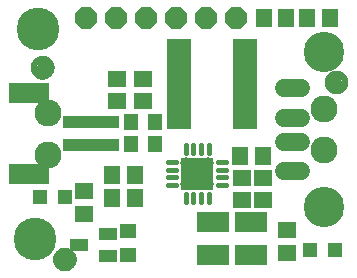
<source format=gbr>
G04 EAGLE Gerber RS-274X export*
G75*
%MOMM*%
%FSLAX34Y34*%
%LPD*%
%INSoldermask Top*%
%IPPOS*%
%AMOC8*
5,1,8,0,0,1.08239X$1,22.5*%
G01*
%ADD10R,2.801600X2.801600*%
%ADD11C,0.451600*%
%ADD12C,1.009600*%
%ADD13R,2.101600X7.601600*%
%ADD14R,1.601600X1.401600*%
%ADD15R,4.701600X1.101600*%
%ADD16R,3.501600X1.701600*%
%ADD17C,1.101600*%
%ADD18C,0.500000*%
%ADD19C,3.617600*%
%ADD20C,2.286000*%
%ADD21R,1.401600X1.601600*%
%ADD22C,1.559600*%
%ADD23C,3.417600*%
%ADD24R,1.301600X1.301600*%
%ADD25R,1.401600X1.301600*%
%ADD26R,1.301600X1.401600*%
%ADD27R,1.501600X1.101600*%
%ADD28P,2.034460X8X112.500000*%
%ADD29R,2.801600X1.701600*%


D10*
X162700Y80470D03*
D11*
X180200Y70720D02*
X187200Y70720D01*
X187200Y77220D02*
X180200Y77220D01*
X180200Y83720D02*
X187200Y83720D01*
X187200Y90220D02*
X180200Y90220D01*
X172450Y97970D02*
X172450Y104970D01*
X165950Y104970D02*
X165950Y97970D01*
X159450Y97970D02*
X159450Y104970D01*
X152950Y104970D02*
X152950Y97970D01*
X145200Y90220D02*
X138200Y90220D01*
X138200Y83720D02*
X145200Y83720D01*
X145200Y77220D02*
X138200Y77220D01*
X138200Y70720D02*
X145200Y70720D01*
X152950Y62970D02*
X152950Y55970D01*
X159450Y55970D02*
X159450Y62970D01*
X165950Y62970D02*
X165950Y55970D01*
X172450Y55970D02*
X172450Y62970D01*
D12*
X162700Y80470D03*
X171700Y71470D03*
X153700Y71470D03*
X153700Y89470D03*
X171700Y89470D03*
D13*
X147440Y156500D03*
X203440Y156500D03*
D14*
X116840Y141630D03*
X116840Y160630D03*
D15*
X72560Y104300D03*
X72560Y124300D03*
D16*
X20560Y80300D03*
X20560Y148300D03*
D14*
X200660Y57810D03*
X200660Y76810D03*
D17*
X31980Y169940D03*
D18*
X31980Y177440D02*
X31799Y177438D01*
X31618Y177431D01*
X31437Y177420D01*
X31256Y177405D01*
X31076Y177385D01*
X30896Y177361D01*
X30717Y177333D01*
X30539Y177300D01*
X30362Y177263D01*
X30185Y177222D01*
X30010Y177177D01*
X29835Y177127D01*
X29662Y177073D01*
X29491Y177015D01*
X29320Y176953D01*
X29152Y176886D01*
X28985Y176816D01*
X28819Y176742D01*
X28656Y176663D01*
X28495Y176581D01*
X28335Y176495D01*
X28178Y176405D01*
X28023Y176311D01*
X27870Y176214D01*
X27720Y176112D01*
X27572Y176008D01*
X27426Y175899D01*
X27284Y175788D01*
X27144Y175672D01*
X27007Y175554D01*
X26872Y175432D01*
X26741Y175307D01*
X26613Y175179D01*
X26488Y175048D01*
X26366Y174913D01*
X26248Y174776D01*
X26132Y174636D01*
X26021Y174494D01*
X25912Y174348D01*
X25808Y174200D01*
X25706Y174050D01*
X25609Y173897D01*
X25515Y173742D01*
X25425Y173585D01*
X25339Y173425D01*
X25257Y173264D01*
X25178Y173101D01*
X25104Y172935D01*
X25034Y172768D01*
X24967Y172600D01*
X24905Y172429D01*
X24847Y172258D01*
X24793Y172085D01*
X24743Y171910D01*
X24698Y171735D01*
X24657Y171558D01*
X24620Y171381D01*
X24587Y171203D01*
X24559Y171024D01*
X24535Y170844D01*
X24515Y170664D01*
X24500Y170483D01*
X24489Y170302D01*
X24482Y170121D01*
X24480Y169940D01*
X31980Y177440D02*
X32161Y177438D01*
X32342Y177431D01*
X32523Y177420D01*
X32704Y177405D01*
X32884Y177385D01*
X33064Y177361D01*
X33243Y177333D01*
X33421Y177300D01*
X33598Y177263D01*
X33775Y177222D01*
X33950Y177177D01*
X34125Y177127D01*
X34298Y177073D01*
X34469Y177015D01*
X34640Y176953D01*
X34808Y176886D01*
X34975Y176816D01*
X35141Y176742D01*
X35304Y176663D01*
X35465Y176581D01*
X35625Y176495D01*
X35782Y176405D01*
X35937Y176311D01*
X36090Y176214D01*
X36240Y176112D01*
X36388Y176008D01*
X36534Y175899D01*
X36676Y175788D01*
X36816Y175672D01*
X36953Y175554D01*
X37088Y175432D01*
X37219Y175307D01*
X37347Y175179D01*
X37472Y175048D01*
X37594Y174913D01*
X37712Y174776D01*
X37828Y174636D01*
X37939Y174494D01*
X38048Y174348D01*
X38152Y174200D01*
X38254Y174050D01*
X38351Y173897D01*
X38445Y173742D01*
X38535Y173585D01*
X38621Y173425D01*
X38703Y173264D01*
X38782Y173101D01*
X38856Y172935D01*
X38926Y172768D01*
X38993Y172600D01*
X39055Y172429D01*
X39113Y172258D01*
X39167Y172085D01*
X39217Y171910D01*
X39262Y171735D01*
X39303Y171558D01*
X39340Y171381D01*
X39373Y171203D01*
X39401Y171024D01*
X39425Y170844D01*
X39445Y170664D01*
X39460Y170483D01*
X39471Y170302D01*
X39478Y170121D01*
X39480Y169940D01*
X39478Y169759D01*
X39471Y169578D01*
X39460Y169397D01*
X39445Y169216D01*
X39425Y169036D01*
X39401Y168856D01*
X39373Y168677D01*
X39340Y168499D01*
X39303Y168322D01*
X39262Y168145D01*
X39217Y167970D01*
X39167Y167795D01*
X39113Y167622D01*
X39055Y167451D01*
X38993Y167280D01*
X38926Y167112D01*
X38856Y166945D01*
X38782Y166779D01*
X38703Y166616D01*
X38621Y166455D01*
X38535Y166295D01*
X38445Y166138D01*
X38351Y165983D01*
X38254Y165830D01*
X38152Y165680D01*
X38048Y165532D01*
X37939Y165386D01*
X37828Y165244D01*
X37712Y165104D01*
X37594Y164967D01*
X37472Y164832D01*
X37347Y164701D01*
X37219Y164573D01*
X37088Y164448D01*
X36953Y164326D01*
X36816Y164208D01*
X36676Y164092D01*
X36534Y163981D01*
X36388Y163872D01*
X36240Y163768D01*
X36090Y163666D01*
X35937Y163569D01*
X35782Y163475D01*
X35625Y163385D01*
X35465Y163299D01*
X35304Y163217D01*
X35141Y163138D01*
X34975Y163064D01*
X34808Y162994D01*
X34640Y162927D01*
X34469Y162865D01*
X34298Y162807D01*
X34125Y162753D01*
X33950Y162703D01*
X33775Y162658D01*
X33598Y162617D01*
X33421Y162580D01*
X33243Y162547D01*
X33064Y162519D01*
X32884Y162495D01*
X32704Y162475D01*
X32523Y162460D01*
X32342Y162449D01*
X32161Y162442D01*
X31980Y162440D01*
X31799Y162442D01*
X31618Y162449D01*
X31437Y162460D01*
X31256Y162475D01*
X31076Y162495D01*
X30896Y162519D01*
X30717Y162547D01*
X30539Y162580D01*
X30362Y162617D01*
X30185Y162658D01*
X30010Y162703D01*
X29835Y162753D01*
X29662Y162807D01*
X29491Y162865D01*
X29320Y162927D01*
X29152Y162994D01*
X28985Y163064D01*
X28819Y163138D01*
X28656Y163217D01*
X28495Y163299D01*
X28335Y163385D01*
X28178Y163475D01*
X28023Y163569D01*
X27870Y163666D01*
X27720Y163768D01*
X27572Y163872D01*
X27426Y163981D01*
X27284Y164092D01*
X27144Y164208D01*
X27007Y164326D01*
X26872Y164448D01*
X26741Y164573D01*
X26613Y164701D01*
X26488Y164832D01*
X26366Y164967D01*
X26248Y165104D01*
X26132Y165244D01*
X26021Y165386D01*
X25912Y165532D01*
X25808Y165680D01*
X25706Y165830D01*
X25609Y165983D01*
X25515Y166138D01*
X25425Y166295D01*
X25339Y166455D01*
X25257Y166616D01*
X25178Y166779D01*
X25104Y166945D01*
X25034Y167112D01*
X24967Y167280D01*
X24905Y167451D01*
X24847Y167622D01*
X24793Y167795D01*
X24743Y167970D01*
X24698Y168145D01*
X24657Y168322D01*
X24620Y168499D01*
X24587Y168677D01*
X24559Y168856D01*
X24535Y169036D01*
X24515Y169216D01*
X24500Y169397D01*
X24489Y169578D01*
X24482Y169759D01*
X24480Y169940D01*
D19*
X27940Y203200D03*
X25400Y25400D03*
D20*
X270510Y135475D03*
X270510Y100475D03*
D14*
X218940Y76820D03*
X218940Y57820D03*
D21*
X218440Y95570D03*
X199440Y95570D03*
X238100Y212090D03*
X219100Y212090D03*
X255930Y212090D03*
X274930Y212090D03*
D22*
X250700Y107475D02*
X236120Y107475D01*
X236120Y127475D02*
X250700Y127475D01*
X250700Y82475D02*
X236120Y82475D01*
X236120Y152475D02*
X250700Y152475D01*
D23*
X270510Y51775D03*
X270510Y183175D03*
D24*
X29810Y60640D03*
X50810Y60640D03*
D14*
X66990Y65240D03*
X66990Y46240D03*
D24*
X279150Y15560D03*
X258150Y15560D03*
D14*
X238760Y32360D03*
X238760Y13360D03*
D21*
X90820Y79070D03*
X109820Y79070D03*
D14*
X95250Y141630D03*
X95250Y160630D03*
D25*
X104140Y31750D03*
X104140Y11430D03*
D21*
X90830Y59690D03*
X109830Y59690D03*
D26*
X106680Y105410D03*
X127000Y105410D03*
X127000Y124460D03*
X106680Y124460D03*
D27*
X62930Y19812D03*
X86930Y29312D03*
X86930Y10312D03*
D28*
X68580Y212090D03*
X93980Y212090D03*
X119380Y212090D03*
X144780Y212090D03*
X170180Y212090D03*
X195580Y212090D03*
D29*
X208280Y39400D03*
X208280Y11400D03*
X176530Y39400D03*
X176530Y11400D03*
D20*
X36830Y96300D03*
X36830Y131300D03*
D17*
X280670Y157480D03*
D18*
X280670Y164980D02*
X280489Y164978D01*
X280308Y164971D01*
X280127Y164960D01*
X279946Y164945D01*
X279766Y164925D01*
X279586Y164901D01*
X279407Y164873D01*
X279229Y164840D01*
X279052Y164803D01*
X278875Y164762D01*
X278700Y164717D01*
X278525Y164667D01*
X278352Y164613D01*
X278181Y164555D01*
X278010Y164493D01*
X277842Y164426D01*
X277675Y164356D01*
X277509Y164282D01*
X277346Y164203D01*
X277185Y164121D01*
X277025Y164035D01*
X276868Y163945D01*
X276713Y163851D01*
X276560Y163754D01*
X276410Y163652D01*
X276262Y163548D01*
X276116Y163439D01*
X275974Y163328D01*
X275834Y163212D01*
X275697Y163094D01*
X275562Y162972D01*
X275431Y162847D01*
X275303Y162719D01*
X275178Y162588D01*
X275056Y162453D01*
X274938Y162316D01*
X274822Y162176D01*
X274711Y162034D01*
X274602Y161888D01*
X274498Y161740D01*
X274396Y161590D01*
X274299Y161437D01*
X274205Y161282D01*
X274115Y161125D01*
X274029Y160965D01*
X273947Y160804D01*
X273868Y160641D01*
X273794Y160475D01*
X273724Y160308D01*
X273657Y160140D01*
X273595Y159969D01*
X273537Y159798D01*
X273483Y159625D01*
X273433Y159450D01*
X273388Y159275D01*
X273347Y159098D01*
X273310Y158921D01*
X273277Y158743D01*
X273249Y158564D01*
X273225Y158384D01*
X273205Y158204D01*
X273190Y158023D01*
X273179Y157842D01*
X273172Y157661D01*
X273170Y157480D01*
X280670Y164980D02*
X280851Y164978D01*
X281032Y164971D01*
X281213Y164960D01*
X281394Y164945D01*
X281574Y164925D01*
X281754Y164901D01*
X281933Y164873D01*
X282111Y164840D01*
X282288Y164803D01*
X282465Y164762D01*
X282640Y164717D01*
X282815Y164667D01*
X282988Y164613D01*
X283159Y164555D01*
X283330Y164493D01*
X283498Y164426D01*
X283665Y164356D01*
X283831Y164282D01*
X283994Y164203D01*
X284155Y164121D01*
X284315Y164035D01*
X284472Y163945D01*
X284627Y163851D01*
X284780Y163754D01*
X284930Y163652D01*
X285078Y163548D01*
X285224Y163439D01*
X285366Y163328D01*
X285506Y163212D01*
X285643Y163094D01*
X285778Y162972D01*
X285909Y162847D01*
X286037Y162719D01*
X286162Y162588D01*
X286284Y162453D01*
X286402Y162316D01*
X286518Y162176D01*
X286629Y162034D01*
X286738Y161888D01*
X286842Y161740D01*
X286944Y161590D01*
X287041Y161437D01*
X287135Y161282D01*
X287225Y161125D01*
X287311Y160965D01*
X287393Y160804D01*
X287472Y160641D01*
X287546Y160475D01*
X287616Y160308D01*
X287683Y160140D01*
X287745Y159969D01*
X287803Y159798D01*
X287857Y159625D01*
X287907Y159450D01*
X287952Y159275D01*
X287993Y159098D01*
X288030Y158921D01*
X288063Y158743D01*
X288091Y158564D01*
X288115Y158384D01*
X288135Y158204D01*
X288150Y158023D01*
X288161Y157842D01*
X288168Y157661D01*
X288170Y157480D01*
X288168Y157299D01*
X288161Y157118D01*
X288150Y156937D01*
X288135Y156756D01*
X288115Y156576D01*
X288091Y156396D01*
X288063Y156217D01*
X288030Y156039D01*
X287993Y155862D01*
X287952Y155685D01*
X287907Y155510D01*
X287857Y155335D01*
X287803Y155162D01*
X287745Y154991D01*
X287683Y154820D01*
X287616Y154652D01*
X287546Y154485D01*
X287472Y154319D01*
X287393Y154156D01*
X287311Y153995D01*
X287225Y153835D01*
X287135Y153678D01*
X287041Y153523D01*
X286944Y153370D01*
X286842Y153220D01*
X286738Y153072D01*
X286629Y152926D01*
X286518Y152784D01*
X286402Y152644D01*
X286284Y152507D01*
X286162Y152372D01*
X286037Y152241D01*
X285909Y152113D01*
X285778Y151988D01*
X285643Y151866D01*
X285506Y151748D01*
X285366Y151632D01*
X285224Y151521D01*
X285078Y151412D01*
X284930Y151308D01*
X284780Y151206D01*
X284627Y151109D01*
X284472Y151015D01*
X284315Y150925D01*
X284155Y150839D01*
X283994Y150757D01*
X283831Y150678D01*
X283665Y150604D01*
X283498Y150534D01*
X283330Y150467D01*
X283159Y150405D01*
X282988Y150347D01*
X282815Y150293D01*
X282640Y150243D01*
X282465Y150198D01*
X282288Y150157D01*
X282111Y150120D01*
X281933Y150087D01*
X281754Y150059D01*
X281574Y150035D01*
X281394Y150015D01*
X281213Y150000D01*
X281032Y149989D01*
X280851Y149982D01*
X280670Y149980D01*
X280489Y149982D01*
X280308Y149989D01*
X280127Y150000D01*
X279946Y150015D01*
X279766Y150035D01*
X279586Y150059D01*
X279407Y150087D01*
X279229Y150120D01*
X279052Y150157D01*
X278875Y150198D01*
X278700Y150243D01*
X278525Y150293D01*
X278352Y150347D01*
X278181Y150405D01*
X278010Y150467D01*
X277842Y150534D01*
X277675Y150604D01*
X277509Y150678D01*
X277346Y150757D01*
X277185Y150839D01*
X277025Y150925D01*
X276868Y151015D01*
X276713Y151109D01*
X276560Y151206D01*
X276410Y151308D01*
X276262Y151412D01*
X276116Y151521D01*
X275974Y151632D01*
X275834Y151748D01*
X275697Y151866D01*
X275562Y151988D01*
X275431Y152113D01*
X275303Y152241D01*
X275178Y152372D01*
X275056Y152507D01*
X274938Y152644D01*
X274822Y152784D01*
X274711Y152926D01*
X274602Y153072D01*
X274498Y153220D01*
X274396Y153370D01*
X274299Y153523D01*
X274205Y153678D01*
X274115Y153835D01*
X274029Y153995D01*
X273947Y154156D01*
X273868Y154319D01*
X273794Y154485D01*
X273724Y154652D01*
X273657Y154820D01*
X273595Y154991D01*
X273537Y155162D01*
X273483Y155335D01*
X273433Y155510D01*
X273388Y155685D01*
X273347Y155862D01*
X273310Y156039D01*
X273277Y156217D01*
X273249Y156396D01*
X273225Y156576D01*
X273205Y156756D01*
X273190Y156937D01*
X273179Y157118D01*
X273172Y157299D01*
X273170Y157480D01*
D17*
X50800Y7620D03*
D18*
X50800Y15120D02*
X50619Y15118D01*
X50438Y15111D01*
X50257Y15100D01*
X50076Y15085D01*
X49896Y15065D01*
X49716Y15041D01*
X49537Y15013D01*
X49359Y14980D01*
X49182Y14943D01*
X49005Y14902D01*
X48830Y14857D01*
X48655Y14807D01*
X48482Y14753D01*
X48311Y14695D01*
X48140Y14633D01*
X47972Y14566D01*
X47805Y14496D01*
X47639Y14422D01*
X47476Y14343D01*
X47315Y14261D01*
X47155Y14175D01*
X46998Y14085D01*
X46843Y13991D01*
X46690Y13894D01*
X46540Y13792D01*
X46392Y13688D01*
X46246Y13579D01*
X46104Y13468D01*
X45964Y13352D01*
X45827Y13234D01*
X45692Y13112D01*
X45561Y12987D01*
X45433Y12859D01*
X45308Y12728D01*
X45186Y12593D01*
X45068Y12456D01*
X44952Y12316D01*
X44841Y12174D01*
X44732Y12028D01*
X44628Y11880D01*
X44526Y11730D01*
X44429Y11577D01*
X44335Y11422D01*
X44245Y11265D01*
X44159Y11105D01*
X44077Y10944D01*
X43998Y10781D01*
X43924Y10615D01*
X43854Y10448D01*
X43787Y10280D01*
X43725Y10109D01*
X43667Y9938D01*
X43613Y9765D01*
X43563Y9590D01*
X43518Y9415D01*
X43477Y9238D01*
X43440Y9061D01*
X43407Y8883D01*
X43379Y8704D01*
X43355Y8524D01*
X43335Y8344D01*
X43320Y8163D01*
X43309Y7982D01*
X43302Y7801D01*
X43300Y7620D01*
X50800Y15120D02*
X50981Y15118D01*
X51162Y15111D01*
X51343Y15100D01*
X51524Y15085D01*
X51704Y15065D01*
X51884Y15041D01*
X52063Y15013D01*
X52241Y14980D01*
X52418Y14943D01*
X52595Y14902D01*
X52770Y14857D01*
X52945Y14807D01*
X53118Y14753D01*
X53289Y14695D01*
X53460Y14633D01*
X53628Y14566D01*
X53795Y14496D01*
X53961Y14422D01*
X54124Y14343D01*
X54285Y14261D01*
X54445Y14175D01*
X54602Y14085D01*
X54757Y13991D01*
X54910Y13894D01*
X55060Y13792D01*
X55208Y13688D01*
X55354Y13579D01*
X55496Y13468D01*
X55636Y13352D01*
X55773Y13234D01*
X55908Y13112D01*
X56039Y12987D01*
X56167Y12859D01*
X56292Y12728D01*
X56414Y12593D01*
X56532Y12456D01*
X56648Y12316D01*
X56759Y12174D01*
X56868Y12028D01*
X56972Y11880D01*
X57074Y11730D01*
X57171Y11577D01*
X57265Y11422D01*
X57355Y11265D01*
X57441Y11105D01*
X57523Y10944D01*
X57602Y10781D01*
X57676Y10615D01*
X57746Y10448D01*
X57813Y10280D01*
X57875Y10109D01*
X57933Y9938D01*
X57987Y9765D01*
X58037Y9590D01*
X58082Y9415D01*
X58123Y9238D01*
X58160Y9061D01*
X58193Y8883D01*
X58221Y8704D01*
X58245Y8524D01*
X58265Y8344D01*
X58280Y8163D01*
X58291Y7982D01*
X58298Y7801D01*
X58300Y7620D01*
X58298Y7439D01*
X58291Y7258D01*
X58280Y7077D01*
X58265Y6896D01*
X58245Y6716D01*
X58221Y6536D01*
X58193Y6357D01*
X58160Y6179D01*
X58123Y6002D01*
X58082Y5825D01*
X58037Y5650D01*
X57987Y5475D01*
X57933Y5302D01*
X57875Y5131D01*
X57813Y4960D01*
X57746Y4792D01*
X57676Y4625D01*
X57602Y4459D01*
X57523Y4296D01*
X57441Y4135D01*
X57355Y3975D01*
X57265Y3818D01*
X57171Y3663D01*
X57074Y3510D01*
X56972Y3360D01*
X56868Y3212D01*
X56759Y3066D01*
X56648Y2924D01*
X56532Y2784D01*
X56414Y2647D01*
X56292Y2512D01*
X56167Y2381D01*
X56039Y2253D01*
X55908Y2128D01*
X55773Y2006D01*
X55636Y1888D01*
X55496Y1772D01*
X55354Y1661D01*
X55208Y1552D01*
X55060Y1448D01*
X54910Y1346D01*
X54757Y1249D01*
X54602Y1155D01*
X54445Y1065D01*
X54285Y979D01*
X54124Y897D01*
X53961Y818D01*
X53795Y744D01*
X53628Y674D01*
X53460Y607D01*
X53289Y545D01*
X53118Y487D01*
X52945Y433D01*
X52770Y383D01*
X52595Y338D01*
X52418Y297D01*
X52241Y260D01*
X52063Y227D01*
X51884Y199D01*
X51704Y175D01*
X51524Y155D01*
X51343Y140D01*
X51162Y129D01*
X50981Y122D01*
X50800Y120D01*
X50619Y122D01*
X50438Y129D01*
X50257Y140D01*
X50076Y155D01*
X49896Y175D01*
X49716Y199D01*
X49537Y227D01*
X49359Y260D01*
X49182Y297D01*
X49005Y338D01*
X48830Y383D01*
X48655Y433D01*
X48482Y487D01*
X48311Y545D01*
X48140Y607D01*
X47972Y674D01*
X47805Y744D01*
X47639Y818D01*
X47476Y897D01*
X47315Y979D01*
X47155Y1065D01*
X46998Y1155D01*
X46843Y1249D01*
X46690Y1346D01*
X46540Y1448D01*
X46392Y1552D01*
X46246Y1661D01*
X46104Y1772D01*
X45964Y1888D01*
X45827Y2006D01*
X45692Y2128D01*
X45561Y2253D01*
X45433Y2381D01*
X45308Y2512D01*
X45186Y2647D01*
X45068Y2784D01*
X44952Y2924D01*
X44841Y3066D01*
X44732Y3212D01*
X44628Y3360D01*
X44526Y3510D01*
X44429Y3663D01*
X44335Y3818D01*
X44245Y3975D01*
X44159Y4135D01*
X44077Y4296D01*
X43998Y4459D01*
X43924Y4625D01*
X43854Y4792D01*
X43787Y4960D01*
X43725Y5131D01*
X43667Y5302D01*
X43613Y5475D01*
X43563Y5650D01*
X43518Y5825D01*
X43477Y6002D01*
X43440Y6179D01*
X43407Y6357D01*
X43379Y6536D01*
X43355Y6716D01*
X43335Y6896D01*
X43320Y7077D01*
X43309Y7258D01*
X43302Y7439D01*
X43300Y7620D01*
M02*

</source>
